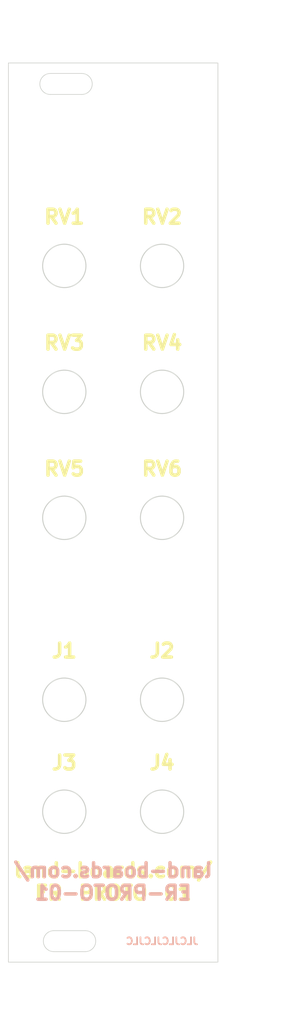
<source format=kicad_pcb>
(kicad_pcb (version 20211014) (generator pcbnew)

  (general
    (thickness 1.6)
  )

  (paper "A")
  (title_block
    (title "ER-PROTO-PANEL-01")
    (date "2022-10-19")
    (rev "1")
    (company "LAND BOARDS, LLC")
  )

  (layers
    (0 "F.Cu" signal)
    (31 "B.Cu" signal)
    (32 "B.Adhes" user "B.Adhesive")
    (33 "F.Adhes" user "F.Adhesive")
    (34 "B.Paste" user)
    (35 "F.Paste" user)
    (36 "B.SilkS" user "B.Silkscreen")
    (37 "F.SilkS" user "F.Silkscreen")
    (38 "B.Mask" user)
    (39 "F.Mask" user)
    (40 "Dwgs.User" user "User.Drawings")
    (41 "Cmts.User" user "User.Comments")
    (42 "Eco1.User" user "User.Eco1")
    (43 "Eco2.User" user "User.Eco2")
    (44 "Edge.Cuts" user)
    (45 "Margin" user)
    (46 "B.CrtYd" user "B.Courtyard")
    (47 "F.CrtYd" user "F.Courtyard")
    (48 "B.Fab" user)
    (49 "F.Fab" user)
    (50 "User.1" user)
    (51 "User.2" user)
    (52 "User.3" user)
    (53 "User.4" user)
    (54 "User.5" user)
    (55 "User.6" user)
    (56 "User.7" user)
    (57 "User.8" user)
    (58 "User.9" user)
  )

  (setup
    (stackup
      (layer "F.SilkS" (type "Top Silk Screen"))
      (layer "F.Paste" (type "Top Solder Paste"))
      (layer "F.Mask" (type "Top Solder Mask") (thickness 0.01))
      (layer "F.Cu" (type "copper") (thickness 0.035))
      (layer "dielectric 1" (type "core") (thickness 1.51) (material "FR4") (epsilon_r 4.5) (loss_tangent 0.02))
      (layer "B.Cu" (type "copper") (thickness 0.035))
      (layer "B.Mask" (type "Bottom Solder Mask") (thickness 0.01))
      (layer "B.Paste" (type "Bottom Solder Paste"))
      (layer "B.SilkS" (type "Bottom Silk Screen"))
      (copper_finish "None")
      (dielectric_constraints no)
    )
    (pad_to_mask_clearance 0)
    (aux_axis_origin 0 84)
    (pcbplotparams
      (layerselection 0x00010f0_ffffffff)
      (disableapertmacros false)
      (usegerberextensions true)
      (usegerberattributes true)
      (usegerberadvancedattributes true)
      (creategerberjobfile false)
      (svguseinch false)
      (svgprecision 6)
      (excludeedgelayer true)
      (plotframeref false)
      (viasonmask false)
      (mode 1)
      (useauxorigin false)
      (hpglpennumber 1)
      (hpglpenspeed 20)
      (hpglpendiameter 15.000000)
      (dxfpolygonmode true)
      (dxfimperialunits true)
      (dxfusepcbnewfont true)
      (psnegative false)
      (psa4output false)
      (plotreference true)
      (plotvalue true)
      (plotinvisibletext false)
      (sketchpadsonfab false)
      (subtractmaskfromsilk false)
      (outputformat 1)
      (mirror false)
      (drillshape 0)
      (scaleselection 1)
      (outputdirectory "PLOTS/")
    )
  )

  (net 0 "")

  (gr_rect (start 39.999996 0) (end 70.000012 128.499997) (layer "Dwgs.User") (width 0.635) (fill none) (tstamp 05758af2-c02d-4d35-a234-54caff4f8a1d))
  (gr_line (start 62 5) (end 62 133) (layer "Dwgs.User") (width 0.15) (tstamp 3fda080e-f768-4619-ba3c-beddd1d2b960))
  (gr_line (start 48 0) (end 48 133.5) (layer "Dwgs.User") (width 0.15) (tstamp d4a84172-1f92-4cbb-b64f-86f2b666b9cc))
  (gr_circle (center 48 47) (end 51.1 47) (layer "Edge.Cuts") (width 0.15) (fill none) (tstamp 14f97d4c-4d00-4c34-99bf-2076f1cc6334))
  (gr_arc (start 46.5 127) (mid 45 125.5) (end 46.5 124) (layer "Edge.Cuts") (width 0.1) (tstamp 1775dfeb-f12d-4fbf-bc30-325244073ad9))
  (gr_arc (start 51 124) (mid 52.5 125.5) (end 51 127) (layer "Edge.Cuts") (width 0.1) (tstamp 24eff49c-bd8f-4b46-ac8e-1e6a98d4d952))
  (gr_circle (center 62 91) (end 65.1 91) (layer "Edge.Cuts") (width 0.15) (fill none) (tstamp 46e2d4aa-fe68-4b8d-a9af-dbf8054cdafb))
  (gr_arc (start 50.5 1.5) (mid 52 3) (end 50.5 4.5) (layer "Edge.Cuts") (width 0.1) (tstamp 48a5aae9-6385-4517-8319-1880b076c0e6))
  (gr_circle (center 48 91) (end 51.1 91) (layer "Edge.Cuts") (width 0.15) (fill none) (tstamp 6ef8b72f-b13e-4e28-99e7-37f2c9e478ad))
  (gr_line (start 46.5 124) (end 51 124) (layer "Edge.Cuts") (width 0.1) (tstamp 6fb4bc4d-95d1-4777-8dcd-c64486ab8513))
  (gr_circle (center 62 29) (end 65.1 29) (layer "Edge.Cuts") (width 0.15) (fill none) (tstamp 70e8a7a5-f914-4a92-8c7a-229e7fd5a996))
  (gr_circle (center 48 107) (end 51.1 107) (layer "Edge.Cuts") (width 0.15) (fill none) (tstamp 79fdfeaf-90fa-4da5-8d68-bd0c46f09a4d))
  (gr_line (start 46 4.5) (end 50.5 4.5) (layer "Edge.Cuts") (width 0.1) (tstamp 7ca2c321-73d3-4aed-bc04-05762eab546f))
  (gr_line (start 46 1.5) (end 50.5 1.5) (layer "Edge.Cuts") (width 0.1) (tstamp 8ef3eff7-809f-4f2d-8754-572000d32517))
  (gr_line (start 46.5 127) (end 51 127) (layer "Edge.Cuts") (width 0.1) (tstamp 964742c0-ee94-4927-91df-9434b273df16))
  (gr_circle (center 48 65) (end 51.1 65) (layer "Edge.Cuts") (width 0.15) (fill none) (tstamp acc0b8e7-fe30-4488-b673-2664af1b414e))
  (gr_circle (center 62 47) (end 65.1 47) (layer "Edge.Cuts") (width 0.15) (fill none) (tstamp b4d81bf1-f697-42d3-9701-936383a17adc))
  (gr_rect (start 40 0) (end 70 128.5) (layer "Edge.Cuts") (width 0.1) (fill none) (tstamp bc204c79-0619-4b16-889d-335bfdd71ce0))
  (gr_arc (start 46 4.5) (mid 44.5 3) (end 46 1.5) (layer "Edge.Cuts") (width 0.1) (tstamp c3669e3b-86e7-4f68-8bdd-1c04746bf6b7))
  (gr_circle (center 48 29) (end 51.1 29) (layer "Edge.Cuts") (width 0.15) (fill none) (tstamp e91dc35f-5a5d-4c63-99e4-0566dc20f961))
  (gr_circle (center 62 65) (end 65.1 65) (layer "Edge.Cuts") (width 0.15) (fill none) (tstamp eaced85f-cd27-44ca-9b54-4cd65b584d10))
  (gr_circle (center 62 107) (end 65.1 107) (layer "Edge.Cuts") (width 0.15) (fill none) (tstamp fce50298-0526-48a8-bde5-1b581332a77e))
  (gr_text "land-boards.com/\nER-PROTO-01" (at 55 117) (layer "B.SilkS") (tstamp aff817a7-87d1-485c-ac1f-21af2822dc8e)
    (effects (font (size 2 2) (thickness 0.5)) (justify mirror))
  )
  (gr_text "JLCJLCJLCJLC" (at 62 125.5) (layer "B.SilkS") (tstamp b2d0abf7-eaae-40a9-bb2b-0efdc343ab78)
    (effects (font (size 1 1) (thickness 0.25)) (justify mirror))
  )
  (gr_text "J4" (at 62 100) (layer "F.SilkS") (tstamp 014ca338-d376-4ff8-8f95-570e56541e6d)
    (effects (font (size 2 2) (thickness 0.5)))
  )
  (gr_text "RV5" (at 48 58) (layer "F.SilkS") (tstamp 0a052644-da49-49a3-b449-cacf0e37e840)
    (effects (font (size 2 2) (thickness 0.5)))
  )
  (gr_text "RV3" (at 48 40) (layer "F.SilkS") (tstamp 18d2a204-cd4d-4a60-8220-92d71877df61)
    (effects (font (size 2 2) (thickness 0.5)))
  )
  (gr_text "RV4" (at 62 40) (layer "F.SilkS") (tstamp 3901a4a2-f2d3-4479-a340-7e892a477e47)
    (effects (font (size 2 2) (thickness 0.5)))
  )
  (gr_text "RV2" (at 62 22) (layer "F.SilkS") (tstamp 836e02e6-ccaa-4f26-af5e-ac9d07c591ef)
    (effects (font (size 2 2) (thickness 0.5)))
  )
  (gr_text "RV6" (at 62 58) (layer "F.SilkS") (tstamp c731ef0f-1a3f-4330-9de4-171c23da28ef)
    (effects (font (size 2 2) (thickness 0.5)))
  )
  (gr_text "J3" (at 48 100) (layer "F.SilkS") (tstamp c99abaac-2018-4c55-8f87-1a830f16807a)
    (effects (font (size 2 2) (thickness 0.5)))
  )
  (gr_text "RV1" (at 48 22) (layer "F.SilkS") (tstamp d48a2e86-9eab-4f2c-89c6-66b586b2d8da)
    (effects (font (size 2 2) (thickness 0.5)))
  )
  (gr_text "land-boards.com/\nER-PROTO-01" (at 55 117) (layer "F.SilkS") (tstamp df1b28de-d73c-4328-9f7f-55bf26651bdf)
    (effects (font (size 2 2) (thickness 0.5)))
  )
  (gr_text "J2" (at 62 84) (layer "F.SilkS") (tstamp e838fc6e-5348-4f97-836c-9e53288e13d5)
    (effects (font (size 2 2) (thickness 0.5)))
  )
  (gr_text "J1" (at 48 84) (layer "F.SilkS") (tstamp f41ccd39-4cb7-4c5c-8d64-baf6ddad5952)
    (effects (font (size 2 2) (thickness 0.5)))
  )
  (gr_text "FRONT PANEL" (at 54 136.5) (layer "Dwgs.User") (tstamp 2142cda5-dc3e-41fd-8068-c43d31949145)
    (effects (font (size 1 1) (thickness 0.15)))
  )
  (dimension (type aligned) (layer "Dwgs.User") (tstamp 0078798e-51ee-408f-a4b3-3b8b9d0f547c)
    (pts (xy 70 9) (xy 70.000012 0))
    (height 6)
    (gr_text "9.0 mm" (at 76.000006 4.500008 89.99992361) (layer "Dwgs.User") (tstamp 0078798e-51ee-408f-a4b3-3b8b9d0f547c)
      (effects (font (size 1 1) (thickness 0.15)))
    )
    (format (units 2) (units_format 1) (precision 1))
    (style (thickness 0.15) (arrow_length 1.27) (text_position_mode 1) (extension_height 0.58642) (extension_offset 0.5) keep_text_aligned)
  )
  (dimension (type aligned) (layer "Dwgs.User") (tstamp 1f89f15a-97ee-41bb-9159-f60d60768b23)
    (pts (xy 39.999996 128.499997) (xy 46.5 128.5))
    (height 4.000003)
    (gr_text "6.5000 mm" (at 43.249996 131.350001 359.9999824) (layer "Dwgs.User") (tstamp 1f89f15a-97ee-41bb-9159-f60d60768b23)
      (effects (font (size 1 1) (thickness 0.15)))
    )
    (format (units 3) (units_format 1) (precision 4))
    (style (thickness 0.15) (arrow_length 1.27) (text_position_mode 0) (extension_height 0.58642) (extension_offset 0.5) keep_text_aligned)
  )
  (dimension (type aligned) (layer "Dwgs.User") (tstamp 22a0c28d-811c-493d-bdfa-ac6466af4ed9)
    (pts (xy 46.499998 128.5) (xy 62 128.5))
    (height 4.000003)
    (gr_text "15.5000 mm" (at 54.249999 131.350003) (layer "Dwgs.User") (tstamp 22a0c28d-811c-493d-bdfa-ac6466af4ed9)
      (effects (font (size 1 1) (thickness 0.15)))
    )
    (format (units 3) (units_format 1) (precision 4))
    (style (thickness 0.15) (arrow_length 1.27) (text_position_mode 0) (extension_height 0.58642) (extension_offset 0.5) keep_text_aligned)
  )
  (dimension (type aligned) (layer "Dwgs.User") (tstamp 23e13f6b-680e-4f42-b7c0-204915809eae)
    (pts (xy 40 29) (xy 40 47))
    (height -36)
    (gr_text "18.0 mm" (at 76 38 90) (layer "Dwgs.User") (tstamp 23e13f6b-680e-4f42-b7c0-204915809eae)
      (effects (font (size 1 1) (thickness 0.15)))
    )
    (format (units 2) (units_format 1) (precision 1))
    (style (thickness 0.15) (arrow_length 1.27) (text_position_mode 1) (extension_height 0.58642) (extension_offset 0.5) keep_text_aligned)
  )
  (dimension (type aligned) (layer "Dwgs.User") (tstamp 2a880c45-bb25-4c1d-adec-c65fc9824fd7)
    (pts (xy 39.5 107) (xy 39.5 119.000004))
    (height -37.5)
    (gr_text "12.0 mm" (at 77 113.000002 90) (layer "Dwgs.User") (tstamp 2a880c45-bb25-4c1d-adec-c65fc9824fd7)
      (effects (font (size 1 1) (thickness 0.15)))
    )
    (format (units 2) (units_format 1) (precision 1))
    (style (thickness 0.15) (arrow_length 1.27) (text_position_mode 1) (extension_height 0.58642) (extension_offset 0.5) keep_text_aligned)
  )
  (dimension (type aligned) (layer "Dwgs.User") (tstamp 2d545f9f-e304-433d-8d63-6a014edd384d)
    (pts (xy 40 129) (xy 48 129))
    (height -131.5)
    (gr_text "8.0 mm" (at 44 -3.65) (layer "Dwgs.User") (tstamp 2d545f9f-e304-433d-8d63-6a014edd384d)
      (effects (font (size 1 1) (thickness 0.15)))
    )
    (format (units 2) (units_format 1) (precision 1))
    (style (thickness 0.15) (arrow_length 1.27) (text_position_mode 0) (extension_height 0.58642) (extension_offset 0.5) keep_text_aligned)
  )
  (dimension (type aligned) (layer "Dwgs.User") (tstamp 442f453a-9b44-44ab-a898-82f45629c72d)
    (pts (xy 70 28.5) (xy 70.000012 0))
    (height 3.499988)
    (gr_text "28.5000 mm" (at 72.349994 14.250001 89.99997588) (layer "Dwgs.User") (tstamp 442f453a-9b44-44ab-a898-82f45629c72d)
      (effects (font (size 1 1) (thickness 0.15)))
    )
    (format (units 3) (units_format 1) (precision 4))
    (style (thickness 0.15) (arrow_length 1.27) (text_position_mode 0) (extension_height 0.58642) (extension_offset 0.5) keep_text_aligned)
  )
  (dimension (type aligned) (layer "Dwgs.User") (tstamp 455e15ba-4f91-4e6b-83b5-3edcf6c7fb38)
    (pts (xy 40.5 128.499997) (xy 40.500004 125.5))
    (height 33.5)
    (gr_text "3.0000 mm" (at 74 133.5 89.99992361) (layer "Dwgs.User") (tstamp 455e15ba-4f91-4e6b-83b5-3edcf6c7fb38)
      (effects (font (size 1 1) (thickness 0.15)))
    )
    (format (units 3) (units_format 1) (precision 4))
    (style (thickness 0.15) (arrow_length 1.27) (text_position_mode 2) (extension_height 0.58642) (extension_offset 0.5) keep_text_aligned)
  )
  (dimension (type aligned) (layer "Dwgs.User") (tstamp 503c6bff-ffde-4d49-8717-a0634efd564a)
    (pts (xy 48 128.5) (xy 62 128.5))
    (height -131)
    (gr_text "14.0 mm" (at 55 -3.65) (layer "Dwgs.User") (tstamp 503c6bff-ffde-4d49-8717-a0634efd564a)
      (effects (font (size 1 1) (thickness 0.15)))
    )
    (format (units 2) (units_format 1) (precision 1))
    (style (thickness 0.15) (arrow_length 1.27) (text_position_mode 0) (extension_height 0.58642) (extension_offset 0.5) keep_text_aligned)
  )
  (dimension (type aligned) (layer "Dwgs.User") (tstamp 59d8ba21-cafb-4664-ad77-269d60e2afa7)
    (pts (xy 40 107) (xy 40 91))
    (height 37)
    (gr_text "16.0000 mm" (at 75.85 99 90) (layer "Dwgs.User") (tstamp 16ee6ea3-f8e7-42d6-adf2-84c0e1e68606)
      (effects (font (size 1 1) (thickness 0.15)))
    )
    (format (units 3) (units_format 1) (precision 4))
    (style (thickness 0.15) (arrow_length 1.27) (text_position_mode 0) (extension_height 0.58642) (extension_offset 0.5) keep_text_aligned)
  )
  (dimension (type aligned) (layer "Dwgs.User") (tstamp 6f251845-6d6c-41a7-a2ee-9a1ac56add24)
    (pts (xy 52.499988 47) (xy 52.499988 65))
    (height -23.500012)
    (gr_text "18.0 mm" (at 76 56 90) (layer "Dwgs.User") (tstamp 6f251845-6d6c-41a7-a2ee-9a1ac56add24)
      (effects (font (size 1 1) (thickness 0.15)))
    )
    (format (units 2) (units_format 1) (precision 1))
    (style (thickness 0.15) (arrow_length 1.27) (text_position_mode 1) (extension_height 0.58642) (extension_offset 0.5) keep_text_aligned)
  )
  (dimension (type aligned) (layer "Dwgs.User") (tstamp 8a8ed353-c8e0-485a-9070-c8deac2cc33e)
    (pts (xy 40 91) (xy 40 84))
    (height 32.5)
    (gr_text "7.0000 mm" (at 71.35 87.5 90) (layer "Dwgs.User") (tstamp efb07059-b232-415f-82e7-2121df62d44e)
      (effects (font (size 1 1) (thickness 0.15)))
    )
    (format (units 3) (units_format 1) (precision 4))
    (style (thickness 0.15) (arrow_length 1.27) (text_position_mode 0) (extension_height 0.58642) (extension_offset 0.5) keep_text_aligned)
  )
  (dimension (type aligned) (layer "Dwgs.User") (tstamp 95608da0-53e1-4377-9cbc-534021a365c4)
    (pts (xy 39.999999 29) (xy 39.999999 9))
    (height 36.000001)
    (gr_text "20.0 mm" (at 76 19 90) (layer "Dwgs.User") (tstamp 95608da0-53e1-4377-9cbc-534021a365c4)
      (effects (font (size 1 1) (thickness 0.15)))
    )
    (format (units 2) (units_format 1) (precision 1))
    (style (thickness 0.15) (arrow_length 1.27) (text_position_mode 1) (extension_height 0.58642) (extension_offset 0.5) keep_text_aligned)
  )
  (dimension (type aligned) (layer "Dwgs.User") (tstamp 96749ddd-b33a-4ee3-8e8c-f3540da89a6b)
    (pts (xy 39.999996 0) (xy 70.000012 0))
    (height -7)
    (gr_text "30.0000 mm" (at 55.000004 -8.15) (layer "Dwgs.User") (tstamp 96749ddd-b33a-4ee3-8e8c-f3540da89a6b)
      (effects (font (size 1 1) (thickness 0.15)))
    )
    (format (units 3) (units_format 1) (precision 4))
    (style (thickness 0.15) (arrow_length 1.27) (text_position_mode 0) (extension_height 0.58642) (extension_offset 0.5) keep_text_aligned)
  )
  (dimension (type aligned) (layer "Dwgs.User") (tstamp 9b4e1ad6-c996-4783-b230-740c41abc989)
    (pts (xy 39.999996 0) (xy 39.999996 3))
    (height -31.500004)
    (gr_text "3.0000 mm" (at 72 -5 90) (layer "Dwgs.User") (tstamp 9b4e1ad6-c996-4783-b230-740c41abc989)
      (effects (font (size 1 1) (thickness 0.15)))
    )
    (format (units 3) (units_format 1) (precision 4))
    (style (thickness 0.15) (arrow_length 1.27) (text_position_mode 2) (extension_height 0.58642) (extension_offset 0.5) keep_text_aligned)
  )
  (dimension (type aligned) (layer "Dwgs.User") (tstamp 9b8a176a-79a3-459e-8dd3-801628986fde)
    (pts (xy 40 65) (xy 40 58))
    (height 32.5)
    (gr_text "7.0000 mm" (at 71.35 61.5 90) (layer "Dwgs.User") (tstamp efb07059-b232-415f-82e7-2121df62d44e)
      (effects (font (size 1 1) (thickness 0.15)))
    )
    (format (units 3) (units_format 1) (precision 4))
    (style (thickness 0.15) (arrow_length 1.27) (text_position_mode 0) (extension_height 0.58642) (extension_offset 0.5) keep_text_aligned)
  )
  (dimension (type aligned) (layer "Dwgs.User") (tstamp 9c7418f0-4334-40bc-b380-c758c7809159)
    (pts (xy 39.999996 128.5) (xy 39.999996 0))
    (height 39.500004)
    (gr_text "128.5 mm" (at 78.35 64.25 90) (layer "Dwgs.User") (tstamp 9c7418f0-4334-40bc-b380-c758c7809159)
      (effects (font (size 1 1) (thickness 0.15)))
    )
    (format (units 2) (units_format 1) (precision 1))
    (style (thickness 0.15) (arrow_length 1.27) (text_position_mode 0) (extension_height 0.58642) (extension_offset 0.5) keep_text_aligned)
  )
  (dimension (type aligned) (layer "Dwgs.User") (tstamp a60a568c-c304-4df5-aa86-d0e19f3bc54d)
    (pts (xy 62 129) (xy 70 129))
    (height -131.5)
    (gr_text "8.0 mm" (at 66 -3.65) (layer "Dwgs.User") (tstamp a60a568c-c304-4df5-aa86-d0e19f3bc54d)
      (effects (font (size 1 1) (thickness 0.15)))
    )
    (format (units 2) (units_format 1) (precision 1))
    (style (thickness 0.15) (arrow_length 1.27) (text_position_mode 0) (extension_height 0.58642) (extension_offset 0.5) keep_text_aligned)
  )
  (dimension (type aligned) (layer "Dwgs.User") (tstamp d86cf991-97ae-4fd2-a241-76b0dfd1e5f8)
    (pts (xy 40 47) (xy 40 40))
    (height 32.5)
    (gr_text "7.0000 mm" (at 71.35 43.5 90) (layer "Dwgs.User") (tstamp 1290b743-65ab-4980-b135-236ff3e100b0)
      (effects (font (size 1 1) (thickness 0.15)))
    )
    (format (units 3) (units_format 1) (precision 4))
    (style (thickness 0.15) (arrow_length 1.27) (text_position_mode 0) (extension_height 0.58642) (extension_offset 0.5) keep_text_aligned)
  )
  (dimension (type aligned) (layer "Dwgs.User") (tstamp e2063286-3892-49a7-95fb-5cae904bbe91)
    (pts (xy 40 107) (xy 40 100))
    (height 32.5)
    (gr_text "7.0000 mm" (at 71.35 103.5 90) (layer "Dwgs.User") (tstamp efb07059-b232-415f-82e7-2121df62d44e)
      (effects (font (size 1 1) (thickness 0.15)))
    )
    (format (units 3) (units_format 1) (precision 4))
    (style (thickness 0.15) (arrow_length 1.27) (text_position_mode 0) (extension_height 0.58642) (extension_offset 0.5) keep_text_aligned)
  )
  (dimension (type aligned) (layer "Dwgs.User") (tstamp e4a7af3a-0c04-4a93-9586-2ca3adfd6ed6)
    (pts (xy 39.999996 128.499997) (xy 39.999984 119))
    (height 37.000016)
    (gr_text "9.5 mm" (at 77.000006 123.749952 -89.99992763) (layer "Dwgs.User") (tstamp e4a7af3a-0c04-4a93-9586-2ca3adfd6ed6)
      (effects (font (size 1 1) (thickness 0.15)))
    )
    (format (units 3) (units_format 1) (precision 1))
    (style (thickness 0.15) (arrow_length 1.27) (text_position_mode 1) (extension_height 0.58642) (extension_offset 0.5) keep_text_aligned)
  )
  (dimension (type aligned) (layer "Dwgs.User") (tstamp eb84e2f0-c873-4eb9-b0db-dd71bfafb64c)
    (pts (xy 40 29) (xy 40 22))
    (height 32.5)
    (gr_text "7.0000 mm" (at 71.35 25.5 90) (layer "Dwgs.User") (tstamp 44a15e1c-f254-4648-a79e-78dd546b3ad3)
      (effects (font (size 1 1) (thickness 0.15)))
    )
    (format (units 3) (units_format 1) (precision 4))
    (style (thickness 0.15) (arrow_length 1.27) (text_position_mode 0) (extension_height 0.58642) (extension_offset 0.5) keep_text_aligned)
  )
  (dimension (type aligned) (layer "Dwgs.User") (tstamp f61aa9da-bdb0-4d24-a543-c14c297fb90b)
    (pts (xy 62 128.5) (xy 70.000012 128.499997))
    (height 4.000003)
    (gr_text "8.0000 mm" (at 66.000007 131.350002 1.432392341e-05) (layer "Dwgs.User") (tstamp f61aa9da-bdb0-4d24-a543-c14c297fb90b)
      (effects (font (size 1 1) (thickness 0.15)))
    )
    (format (units 3) (units_format 1) (precision 4))
    (style (thickness 0.15) (arrow_length 1.27) (text_position_mode 0) (extension_height 0.58642) (extension_offset 0.5) keep_text_aligned)
  )

)

</source>
